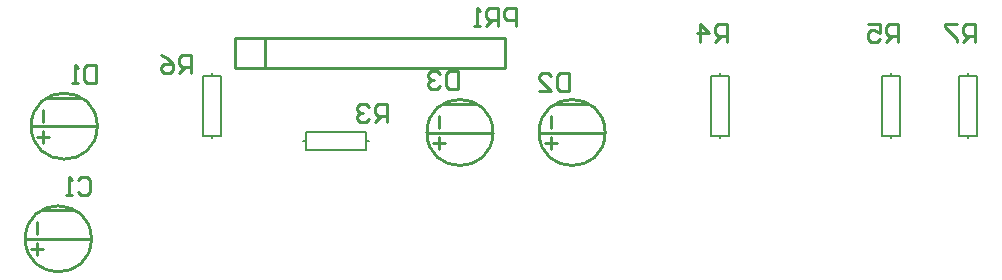
<source format=gbo>
G04*
G04 #@! TF.GenerationSoftware,Altium Limited,Altium Designer,21.7.2 (23)*
G04*
G04 Layer_Color=32896*
%FSLAX25Y25*%
%MOIN*%
G70*
G04*
G04 #@! TF.SameCoordinates,4245895C-60D9-4ACE-B086-DDBF023E6942*
G04*
G04*
G04 #@! TF.FilePolarity,Positive*
G04*
G01*
G75*
%ADD10C,0.01000*%
%ADD11C,0.00787*%
D10*
X215724Y258780D02*
G03*
X215724Y258780I-11000J0D01*
G01*
X178323D02*
G03*
X178323Y258780I-11000J0D01*
G01*
X46433Y260906D02*
G03*
X46433Y260906I-11000J0D01*
G01*
X44465Y223346D02*
G03*
X44465Y223346I-11000J0D01*
G01*
X199224Y268280D02*
X210224D01*
X193724Y258780D02*
X215724D01*
X102480Y280433D02*
Y290433D01*
X182480Y280433D02*
Y290433D01*
X92480Y280433D02*
Y290433D01*
Y280433D02*
X182480D01*
X92480Y290433D02*
X182480D01*
X156323Y258780D02*
X178323D01*
X161823Y268280D02*
X172823D01*
X24433Y260906D02*
X46433D01*
X29933Y270406D02*
X40933D01*
X22465Y223346D02*
X44465D01*
X27965Y232846D02*
X38965D01*
X197723Y253279D02*
Y257278D01*
X199723Y255279D02*
X195724D01*
X197723Y260279D02*
Y264278D01*
X160322Y260279D02*
Y264278D01*
Y253279D02*
Y257278D01*
X162321Y255279D02*
X158323D01*
X28432Y262405D02*
Y266404D01*
Y255405D02*
Y259404D01*
X30432Y257405D02*
X26433D01*
X26464Y224847D02*
Y228845D01*
Y217846D02*
Y221845D01*
X28463Y219846D02*
X24464D01*
X186132Y294245D02*
Y300243D01*
X183133D01*
X182133Y299243D01*
Y297244D01*
X183133Y296244D01*
X186132D01*
X180133Y294245D02*
Y300243D01*
X177135D01*
X176135Y299243D01*
Y297244D01*
X177135Y296244D01*
X180133D01*
X178134D02*
X176135Y294245D01*
X174135D02*
X172136D01*
X173136D01*
Y300243D01*
X174135Y299243D01*
X339036Y288832D02*
Y294830D01*
X336037D01*
X335037Y293831D01*
Y291831D01*
X336037Y290832D01*
X339036D01*
X337037D02*
X335037Y288832D01*
X333038Y294830D02*
X329039D01*
Y293831D01*
X333038Y289832D01*
Y288832D01*
X77833Y278497D02*
Y284495D01*
X74834D01*
X73834Y283495D01*
Y281496D01*
X74834Y280496D01*
X77833D01*
X75834D02*
X73834Y278497D01*
X67836Y284495D02*
X69836Y283495D01*
X71835Y281496D01*
Y279497D01*
X70835Y278497D01*
X68836D01*
X67836Y279497D01*
Y280496D01*
X68836Y281496D01*
X71835D01*
X313436Y288832D02*
Y294830D01*
X310437D01*
X309437Y293831D01*
Y291831D01*
X310437Y290832D01*
X313436D01*
X311437D02*
X309437Y288832D01*
X303439Y294830D02*
X307438D01*
Y291831D01*
X305439Y292831D01*
X304439D01*
X303439Y291831D01*
Y289832D01*
X304439Y288832D01*
X306438D01*
X307438Y289832D01*
X256336Y288832D02*
Y294830D01*
X253337D01*
X252338Y293831D01*
Y291831D01*
X253337Y290832D01*
X256336D01*
X254337D02*
X252338Y288832D01*
X247339D02*
Y294830D01*
X250338Y291831D01*
X246339D01*
X143136Y262332D02*
Y268330D01*
X140137D01*
X139137Y267331D01*
Y265331D01*
X140137Y264332D01*
X143136D01*
X141137D02*
X139137Y262332D01*
X137138Y267331D02*
X136138Y268330D01*
X134139D01*
X133140Y267331D01*
Y266331D01*
X134139Y265331D01*
X135139D01*
X134139D01*
X133140Y264332D01*
Y263332D01*
X134139Y262332D01*
X136138D01*
X137138Y263332D01*
X166836Y279230D02*
Y273232D01*
X163837D01*
X162838Y274232D01*
Y278231D01*
X163837Y279230D01*
X166836D01*
X160838Y278231D02*
X159838Y279230D01*
X157839D01*
X156840Y278231D01*
Y277231D01*
X157839Y276231D01*
X158839D01*
X157839D01*
X156840Y275232D01*
Y274232D01*
X157839Y273232D01*
X159838D01*
X160838Y274232D01*
X203817Y278590D02*
Y272591D01*
X200818D01*
X199819Y273591D01*
Y277590D01*
X200818Y278590D01*
X203817D01*
X193821Y272591D02*
X197819D01*
X193821Y276590D01*
Y277590D01*
X194820Y278590D01*
X196819D01*
X197819Y277590D01*
X45936Y281430D02*
Y275432D01*
X42937D01*
X41938Y276432D01*
Y280431D01*
X42937Y281430D01*
X45936D01*
X39938Y275432D02*
X37939D01*
X38939D01*
Y281430D01*
X39938Y280431D01*
X39937Y242831D02*
X40937Y243830D01*
X42937D01*
X43936Y242831D01*
Y238832D01*
X42937Y237832D01*
X40937D01*
X39937Y238832D01*
X37938Y237832D02*
X35939D01*
X36939D01*
Y243830D01*
X37938Y242831D01*
D11*
X81646Y257716D02*
X84646D01*
X81646D02*
Y277716D01*
X87646D01*
Y257716D02*
Y277716D01*
X84646Y257716D02*
X87646D01*
X84646Y277716D02*
Y278616D01*
Y256817D02*
Y257716D01*
X336614Y277716D02*
X339614D01*
Y257716D02*
Y277716D01*
X333614Y257716D02*
X339614D01*
X333614D02*
Y277716D01*
X336614D01*
Y256817D02*
Y257716D01*
Y277716D02*
Y278616D01*
X311024Y277716D02*
X314024D01*
Y257716D02*
Y277716D01*
X308024Y257716D02*
X314024D01*
X308024D02*
Y277716D01*
X311024D01*
Y256817D02*
Y257716D01*
Y277716D02*
Y278616D01*
X115084Y255906D02*
X115984D01*
X135984D02*
X136884D01*
X115984Y252906D02*
Y255906D01*
Y252906D02*
X135984D01*
Y258906D01*
X115984D02*
X135984D01*
X115984Y255906D02*
Y258906D01*
X253937Y256817D02*
Y257716D01*
Y277716D02*
Y278616D01*
Y257716D02*
X256937D01*
Y277716D01*
X250937D02*
X256937D01*
X250937Y257716D02*
Y277716D01*
Y257716D02*
X253937D01*
M02*

</source>
